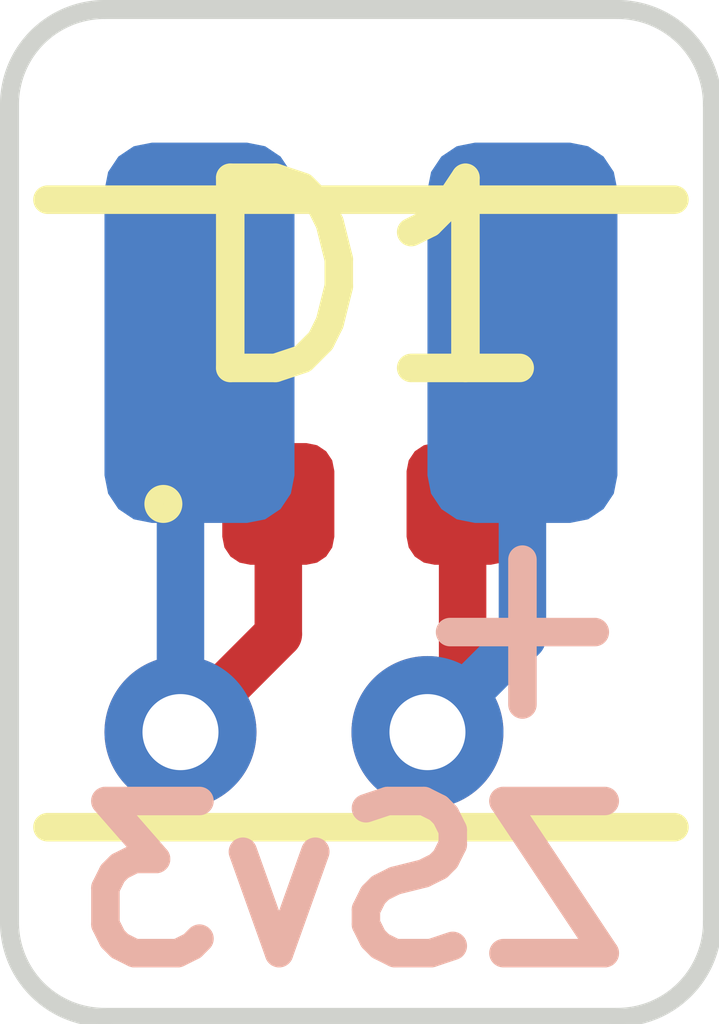
<source format=kicad_pcb>
(kicad_pcb (version 20240108) (generator "pcbnew") (generator_version "8.0")
  (title_block (title "KS-Zusatzsignal") (date "2023-12-17") (rev "v3"))
  (layers (0 "F.Cu" signal) (31 "B.Cu" signal) (34 "B.Paste" user) (35 "F.Paste" user) (36 "B.SilkS" user "B.Silkscreen") (37 "F.SilkS" user "F.Silkscreen") (38 "B.Mask" user) (39 "F.Mask" user) (44 "Edge.Cuts" user))
  (net 0 "")
  (net 1 "Net-(D1-Pad2)")
  (net 2 "Net-(D1-Pad1)")
  (footprint "LED_SMD:LED_0402_1005Metric" (layer "F.Cu") (at 98.4 65.6)
    (property "Reference" "D1" (at 0 -1.17 0) (layer "F.SilkS"))
    (property "Value" "LED")
    (fp_circle (center -1.09 0) (end -1.04 0) (stroke (width 0.1)) (fill none) (layer "F.SilkS"))
    (pad "1" smd roundrect (at -0.485 0) (size 0.59 0.64) (layers "F.Cu" "F.Paste" "F.Mask") (net 2 "Net-(D1-Pad1)"))
    (pad "2" smd roundrect (at 0.485 0) (size 0.59 0.64) (layers "F.Cu" "F.Paste" "F.Mask") (net 1 "Net-(D1-Pad2)"))
  )
  (footprint "Connector_Wire:SolderWirePad_1x01_SMD_1x2mm" (layer "B.Cu") (at 97.5 64.7 180)
    (property "Reference" "J2" (hide yes))
    (property "Value" "Zs" (hide yes))
    (pad "1" smd roundrect (at 0 0 180) (size 1 2) (layers "B.Cu" "B.Paste" "B.Mask") (net 2 "Net-(D1-Pad1)"))
  )
  (footprint "Connector_Wire:SolderWirePad_1x01_SMD_1x2mm" (layer "B.Cu") (at 99.2 64.7 180)
    (property "Reference" "J1" (hide yes))
    (property "Value" "VCC" (hide yes))
    (pad "1" smd roundrect (at 0 0 180) (size 1 2) (layers "B.Cu" "B.Paste" "B.Mask") (net 1 "Net-(D1-Pad2)"))
  )
  (gr_line (start 100 64) (end 96.7 64) (stroke (width 0.15)) (layer "F.SilkS"))
  (gr_line (start 100 67.3) (end 96.7 67.3) (stroke (width 0.15)) (layer "F.SilkS"))
  (gr_line (start 97 63) (end 99.7 63) (stroke (width 0.1)) (layer "Edge.Cuts"))
  (gr_arc (start 96.5 63.5) (mid 96.646447 63.146447) (end 97 63) (stroke (width 0.1)) (layer "Edge.Cuts"))
  (gr_line (start 100.2 63.5) (end 100.2 67.8) (stroke (width 0.1)) (layer "Edge.Cuts"))
  (gr_line (start 96.5 67.8) (end 96.5 63.5) (stroke (width 0.1)) (layer "Edge.Cuts"))
  (gr_arc (start 99.7 63) (mid 100.053553 63.146447) (end 100.2 63.5) (stroke (width 0.1)) (layer "Edge.Cuts"))
  (gr_arc (start 100.2 67.8) (mid 100.053553 68.153553) (end 99.7 68.3) (stroke (width 0.1)) (layer "Edge.Cuts"))
  (gr_line (start 99.7 68.3) (end 97 68.3) (stroke (width 0.1)) (layer "Edge.Cuts"))
  (gr_arc (start 97 68.3) (mid 96.646447 68.153553) (end 96.5 67.8) (stroke (width 0.1)) (layer "Edge.Cuts"))
  (gr_text "+" (at 99.2 66.2 0) (layer "B.SilkS") (effects (font (size 1 1)) (justify mirror)))
  (gr_text "ZSv3" (at 98.3 67.6 0) (layer "B.SilkS") (effects (font (size 0.8 0.8)) (justify mirror)))
  (segment (start 98.885 65.6) (end 98.885 66.615) (width 0.25) (layer "F.Cu") (net 1))
  (segment (start 98.885 66.615) (end 98.7 66.8) (width 0.25) (layer "F.Cu") (net 1))
  (via (at 98.7 66.8) (size 0.8) (drill 0.4) (layers "F.Cu" "B.Cu") (net 1))
  (segment (start 99.2 64.7) (end 99.2 66.3) (width 0.25) (layer "B.Cu") (net 1))
  (segment (start 99.2 66.3) (end 98.7 66.8) (width 0.25) (layer "B.Cu") (net 1))
  (segment (start 97.915 66.285) (end 97.4 66.8) (width 0.25) (layer "F.Cu") (net 2))
  (segment (start 97.915 65.6) (end 97.915 66.285) (width 0.25) (layer "F.Cu") (net 2))
  (via (at 97.4 66.8) (size 0.8) (drill 0.4) (layers "F.Cu" "B.Cu") (net 2))
  (segment (start 97.4 66.8) (end 97.4 64.8) (width 0.25) (layer "B.Cu") (net 2))
  (segment (start 97.4 64.8) (end 97.5 64.7) (width 0.25) (layer "B.Cu") (net 2))
  (segment (start 97.45 64.75) (end 97.5 64.7) (width 0.25) (layer "B.Cu") (net 2))
  (arc (start 97.45 64.75) (mid 97.412994 64.805382) (end 97.4 64.87071) (width 0.25) (layer "B.Cu") (net 2))
)
</source>
